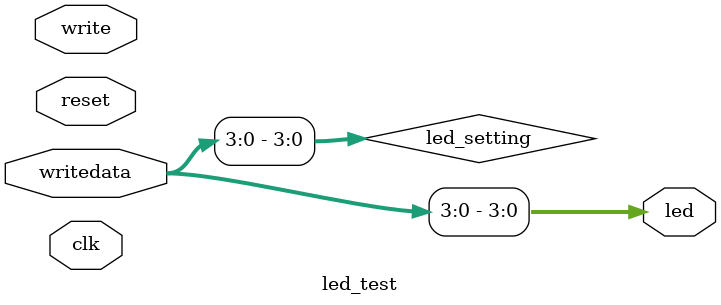
<source format=v>
module led_test (
	input clk,
	input reset,

	output [3:0] led,
	
	input write,
	input [7:0] writedata
);

reg [3:0] led_setting = writedata[3:0];
assign led = led_setting;

endmodule

</source>
